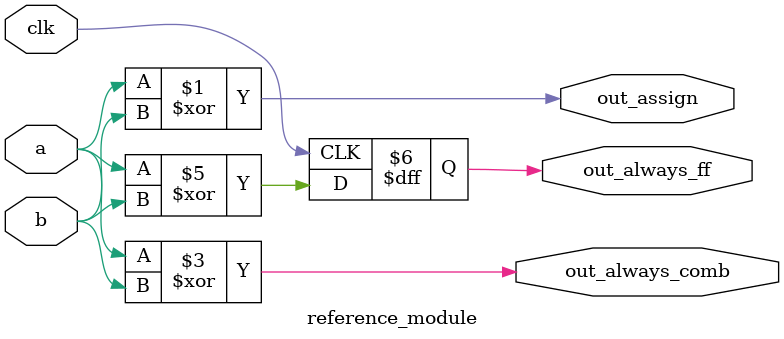
<source format=sv>
module reference_module(
	input clk,
	input a, 
	input b,
	output out_assign,
	output reg out_always_comb,
	output reg out_always_ff
);
	
	assign out_assign = a ^ b;
	always @(*) out_always_comb = a ^ b;
	always @(posedge clk) out_always_ff <= a ^ b;
	
endmodule

</source>
